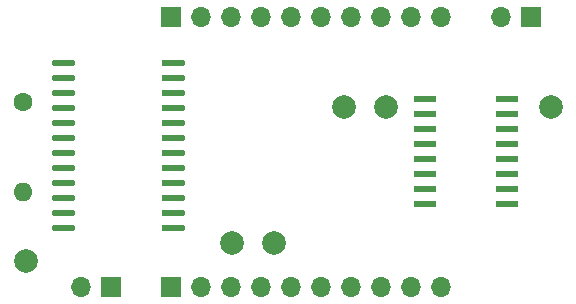
<source format=gbr>
G04 #@! TF.GenerationSoftware,KiCad,Pcbnew,(5.1.7-0-10_14)*
G04 #@! TF.CreationDate,2020-12-22T12:26:46-08:00*
G04 #@! TF.ProjectId,OPL3_breakout,4f504c33-5f62-4726-9561-6b6f75742e6b,1*
G04 #@! TF.SameCoordinates,Original*
G04 #@! TF.FileFunction,Soldermask,Top*
G04 #@! TF.FilePolarity,Negative*
%FSLAX46Y46*%
G04 Gerber Fmt 4.6, Leading zero omitted, Abs format (unit mm)*
G04 Created by KiCad (PCBNEW (5.1.7-0-10_14)) date 2020-12-22 12:26:46*
%MOMM*%
%LPD*%
G01*
G04 APERTURE LIST*
%ADD10C,2.000000*%
%ADD11O,1.600000X1.600000*%
%ADD12C,1.600000*%
%ADD13O,1.700000X1.700000*%
%ADD14R,1.700000X1.700000*%
%ADD15R,1.970000X0.610000*%
G04 APERTURE END LIST*
D10*
X150500000Y-105500000D03*
X154000000Y-105500000D03*
X133000000Y-107000000D03*
X177500000Y-94000000D03*
X160000000Y-94000000D03*
X163500000Y-94000000D03*
D11*
X132800000Y-101220000D03*
D12*
X132800000Y-93600000D03*
D13*
X173240000Y-86400000D03*
D14*
X175780000Y-86400000D03*
D13*
X137680000Y-109200000D03*
D14*
X140220000Y-109200000D03*
D13*
X168160000Y-109200000D03*
X165620000Y-109200000D03*
X163080000Y-109200000D03*
X160540000Y-109200000D03*
X158000000Y-109200000D03*
X155460000Y-109200000D03*
X152920000Y-109200000D03*
X150380000Y-109200000D03*
X147840000Y-109200000D03*
D14*
X145300000Y-109200000D03*
D13*
X168160000Y-86400000D03*
X165620000Y-86400000D03*
X163080000Y-86400000D03*
X160540000Y-86400000D03*
X158000000Y-86400000D03*
X155460000Y-86400000D03*
X152920000Y-86400000D03*
X150380000Y-86400000D03*
X147840000Y-86400000D03*
D14*
X145300000Y-86400000D03*
D15*
X173727000Y-93301000D03*
X173727000Y-94571000D03*
X173727000Y-95841000D03*
X173727000Y-97111000D03*
X173727000Y-98381000D03*
X173727000Y-99651000D03*
X173727000Y-100921000D03*
X173727000Y-102191000D03*
X166797000Y-102191000D03*
X166797000Y-100921000D03*
X166797000Y-99651000D03*
X166797000Y-98381000D03*
X166797000Y-97111000D03*
X166797000Y-95841000D03*
X166797000Y-94571000D03*
X166797000Y-93301000D03*
G36*
G01*
X144512000Y-90398500D02*
X144512000Y-90123500D01*
G75*
G02*
X144649500Y-89986000I137500J0D01*
G01*
X146374500Y-89986000D01*
G75*
G02*
X146512000Y-90123500I0J-137500D01*
G01*
X146512000Y-90398500D01*
G75*
G02*
X146374500Y-90536000I-137500J0D01*
G01*
X144649500Y-90536000D01*
G75*
G02*
X144512000Y-90398500I0J137500D01*
G01*
G37*
G36*
G01*
X144512000Y-91668500D02*
X144512000Y-91393500D01*
G75*
G02*
X144649500Y-91256000I137500J0D01*
G01*
X146374500Y-91256000D01*
G75*
G02*
X146512000Y-91393500I0J-137500D01*
G01*
X146512000Y-91668500D01*
G75*
G02*
X146374500Y-91806000I-137500J0D01*
G01*
X144649500Y-91806000D01*
G75*
G02*
X144512000Y-91668500I0J137500D01*
G01*
G37*
G36*
G01*
X144512000Y-92938500D02*
X144512000Y-92663500D01*
G75*
G02*
X144649500Y-92526000I137500J0D01*
G01*
X146374500Y-92526000D01*
G75*
G02*
X146512000Y-92663500I0J-137500D01*
G01*
X146512000Y-92938500D01*
G75*
G02*
X146374500Y-93076000I-137500J0D01*
G01*
X144649500Y-93076000D01*
G75*
G02*
X144512000Y-92938500I0J137500D01*
G01*
G37*
G36*
G01*
X144512000Y-94208500D02*
X144512000Y-93933500D01*
G75*
G02*
X144649500Y-93796000I137500J0D01*
G01*
X146374500Y-93796000D01*
G75*
G02*
X146512000Y-93933500I0J-137500D01*
G01*
X146512000Y-94208500D01*
G75*
G02*
X146374500Y-94346000I-137500J0D01*
G01*
X144649500Y-94346000D01*
G75*
G02*
X144512000Y-94208500I0J137500D01*
G01*
G37*
G36*
G01*
X144512000Y-95478500D02*
X144512000Y-95203500D01*
G75*
G02*
X144649500Y-95066000I137500J0D01*
G01*
X146374500Y-95066000D01*
G75*
G02*
X146512000Y-95203500I0J-137500D01*
G01*
X146512000Y-95478500D01*
G75*
G02*
X146374500Y-95616000I-137500J0D01*
G01*
X144649500Y-95616000D01*
G75*
G02*
X144512000Y-95478500I0J137500D01*
G01*
G37*
G36*
G01*
X144512000Y-96748500D02*
X144512000Y-96473500D01*
G75*
G02*
X144649500Y-96336000I137500J0D01*
G01*
X146374500Y-96336000D01*
G75*
G02*
X146512000Y-96473500I0J-137500D01*
G01*
X146512000Y-96748500D01*
G75*
G02*
X146374500Y-96886000I-137500J0D01*
G01*
X144649500Y-96886000D01*
G75*
G02*
X144512000Y-96748500I0J137500D01*
G01*
G37*
G36*
G01*
X144512000Y-98018500D02*
X144512000Y-97743500D01*
G75*
G02*
X144649500Y-97606000I137500J0D01*
G01*
X146374500Y-97606000D01*
G75*
G02*
X146512000Y-97743500I0J-137500D01*
G01*
X146512000Y-98018500D01*
G75*
G02*
X146374500Y-98156000I-137500J0D01*
G01*
X144649500Y-98156000D01*
G75*
G02*
X144512000Y-98018500I0J137500D01*
G01*
G37*
G36*
G01*
X144512000Y-99288500D02*
X144512000Y-99013500D01*
G75*
G02*
X144649500Y-98876000I137500J0D01*
G01*
X146374500Y-98876000D01*
G75*
G02*
X146512000Y-99013500I0J-137500D01*
G01*
X146512000Y-99288500D01*
G75*
G02*
X146374500Y-99426000I-137500J0D01*
G01*
X144649500Y-99426000D01*
G75*
G02*
X144512000Y-99288500I0J137500D01*
G01*
G37*
G36*
G01*
X144512000Y-100558500D02*
X144512000Y-100283500D01*
G75*
G02*
X144649500Y-100146000I137500J0D01*
G01*
X146374500Y-100146000D01*
G75*
G02*
X146512000Y-100283500I0J-137500D01*
G01*
X146512000Y-100558500D01*
G75*
G02*
X146374500Y-100696000I-137500J0D01*
G01*
X144649500Y-100696000D01*
G75*
G02*
X144512000Y-100558500I0J137500D01*
G01*
G37*
G36*
G01*
X144512000Y-101828500D02*
X144512000Y-101553500D01*
G75*
G02*
X144649500Y-101416000I137500J0D01*
G01*
X146374500Y-101416000D01*
G75*
G02*
X146512000Y-101553500I0J-137500D01*
G01*
X146512000Y-101828500D01*
G75*
G02*
X146374500Y-101966000I-137500J0D01*
G01*
X144649500Y-101966000D01*
G75*
G02*
X144512000Y-101828500I0J137500D01*
G01*
G37*
G36*
G01*
X144512000Y-103098500D02*
X144512000Y-102823500D01*
G75*
G02*
X144649500Y-102686000I137500J0D01*
G01*
X146374500Y-102686000D01*
G75*
G02*
X146512000Y-102823500I0J-137500D01*
G01*
X146512000Y-103098500D01*
G75*
G02*
X146374500Y-103236000I-137500J0D01*
G01*
X144649500Y-103236000D01*
G75*
G02*
X144512000Y-103098500I0J137500D01*
G01*
G37*
G36*
G01*
X144512000Y-104368500D02*
X144512000Y-104093500D01*
G75*
G02*
X144649500Y-103956000I137500J0D01*
G01*
X146374500Y-103956000D01*
G75*
G02*
X146512000Y-104093500I0J-137500D01*
G01*
X146512000Y-104368500D01*
G75*
G02*
X146374500Y-104506000I-137500J0D01*
G01*
X144649500Y-104506000D01*
G75*
G02*
X144512000Y-104368500I0J137500D01*
G01*
G37*
G36*
G01*
X135212000Y-104368500D02*
X135212000Y-104093500D01*
G75*
G02*
X135349500Y-103956000I137500J0D01*
G01*
X137074500Y-103956000D01*
G75*
G02*
X137212000Y-104093500I0J-137500D01*
G01*
X137212000Y-104368500D01*
G75*
G02*
X137074500Y-104506000I-137500J0D01*
G01*
X135349500Y-104506000D01*
G75*
G02*
X135212000Y-104368500I0J137500D01*
G01*
G37*
G36*
G01*
X135212000Y-103098500D02*
X135212000Y-102823500D01*
G75*
G02*
X135349500Y-102686000I137500J0D01*
G01*
X137074500Y-102686000D01*
G75*
G02*
X137212000Y-102823500I0J-137500D01*
G01*
X137212000Y-103098500D01*
G75*
G02*
X137074500Y-103236000I-137500J0D01*
G01*
X135349500Y-103236000D01*
G75*
G02*
X135212000Y-103098500I0J137500D01*
G01*
G37*
G36*
G01*
X135212000Y-101828500D02*
X135212000Y-101553500D01*
G75*
G02*
X135349500Y-101416000I137500J0D01*
G01*
X137074500Y-101416000D01*
G75*
G02*
X137212000Y-101553500I0J-137500D01*
G01*
X137212000Y-101828500D01*
G75*
G02*
X137074500Y-101966000I-137500J0D01*
G01*
X135349500Y-101966000D01*
G75*
G02*
X135212000Y-101828500I0J137500D01*
G01*
G37*
G36*
G01*
X135212000Y-100558500D02*
X135212000Y-100283500D01*
G75*
G02*
X135349500Y-100146000I137500J0D01*
G01*
X137074500Y-100146000D01*
G75*
G02*
X137212000Y-100283500I0J-137500D01*
G01*
X137212000Y-100558500D01*
G75*
G02*
X137074500Y-100696000I-137500J0D01*
G01*
X135349500Y-100696000D01*
G75*
G02*
X135212000Y-100558500I0J137500D01*
G01*
G37*
G36*
G01*
X135212000Y-99288500D02*
X135212000Y-99013500D01*
G75*
G02*
X135349500Y-98876000I137500J0D01*
G01*
X137074500Y-98876000D01*
G75*
G02*
X137212000Y-99013500I0J-137500D01*
G01*
X137212000Y-99288500D01*
G75*
G02*
X137074500Y-99426000I-137500J0D01*
G01*
X135349500Y-99426000D01*
G75*
G02*
X135212000Y-99288500I0J137500D01*
G01*
G37*
G36*
G01*
X135212000Y-98018500D02*
X135212000Y-97743500D01*
G75*
G02*
X135349500Y-97606000I137500J0D01*
G01*
X137074500Y-97606000D01*
G75*
G02*
X137212000Y-97743500I0J-137500D01*
G01*
X137212000Y-98018500D01*
G75*
G02*
X137074500Y-98156000I-137500J0D01*
G01*
X135349500Y-98156000D01*
G75*
G02*
X135212000Y-98018500I0J137500D01*
G01*
G37*
G36*
G01*
X135212000Y-96748500D02*
X135212000Y-96473500D01*
G75*
G02*
X135349500Y-96336000I137500J0D01*
G01*
X137074500Y-96336000D01*
G75*
G02*
X137212000Y-96473500I0J-137500D01*
G01*
X137212000Y-96748500D01*
G75*
G02*
X137074500Y-96886000I-137500J0D01*
G01*
X135349500Y-96886000D01*
G75*
G02*
X135212000Y-96748500I0J137500D01*
G01*
G37*
G36*
G01*
X135212000Y-95478500D02*
X135212000Y-95203500D01*
G75*
G02*
X135349500Y-95066000I137500J0D01*
G01*
X137074500Y-95066000D01*
G75*
G02*
X137212000Y-95203500I0J-137500D01*
G01*
X137212000Y-95478500D01*
G75*
G02*
X137074500Y-95616000I-137500J0D01*
G01*
X135349500Y-95616000D01*
G75*
G02*
X135212000Y-95478500I0J137500D01*
G01*
G37*
G36*
G01*
X135212000Y-94208500D02*
X135212000Y-93933500D01*
G75*
G02*
X135349500Y-93796000I137500J0D01*
G01*
X137074500Y-93796000D01*
G75*
G02*
X137212000Y-93933500I0J-137500D01*
G01*
X137212000Y-94208500D01*
G75*
G02*
X137074500Y-94346000I-137500J0D01*
G01*
X135349500Y-94346000D01*
G75*
G02*
X135212000Y-94208500I0J137500D01*
G01*
G37*
G36*
G01*
X135212000Y-92938500D02*
X135212000Y-92663500D01*
G75*
G02*
X135349500Y-92526000I137500J0D01*
G01*
X137074500Y-92526000D01*
G75*
G02*
X137212000Y-92663500I0J-137500D01*
G01*
X137212000Y-92938500D01*
G75*
G02*
X137074500Y-93076000I-137500J0D01*
G01*
X135349500Y-93076000D01*
G75*
G02*
X135212000Y-92938500I0J137500D01*
G01*
G37*
G36*
G01*
X135212000Y-91668500D02*
X135212000Y-91393500D01*
G75*
G02*
X135349500Y-91256000I137500J0D01*
G01*
X137074500Y-91256000D01*
G75*
G02*
X137212000Y-91393500I0J-137500D01*
G01*
X137212000Y-91668500D01*
G75*
G02*
X137074500Y-91806000I-137500J0D01*
G01*
X135349500Y-91806000D01*
G75*
G02*
X135212000Y-91668500I0J137500D01*
G01*
G37*
G36*
G01*
X135212000Y-90398500D02*
X135212000Y-90123500D01*
G75*
G02*
X135349500Y-89986000I137500J0D01*
G01*
X137074500Y-89986000D01*
G75*
G02*
X137212000Y-90123500I0J-137500D01*
G01*
X137212000Y-90398500D01*
G75*
G02*
X137074500Y-90536000I-137500J0D01*
G01*
X135349500Y-90536000D01*
G75*
G02*
X135212000Y-90398500I0J137500D01*
G01*
G37*
M02*

</source>
